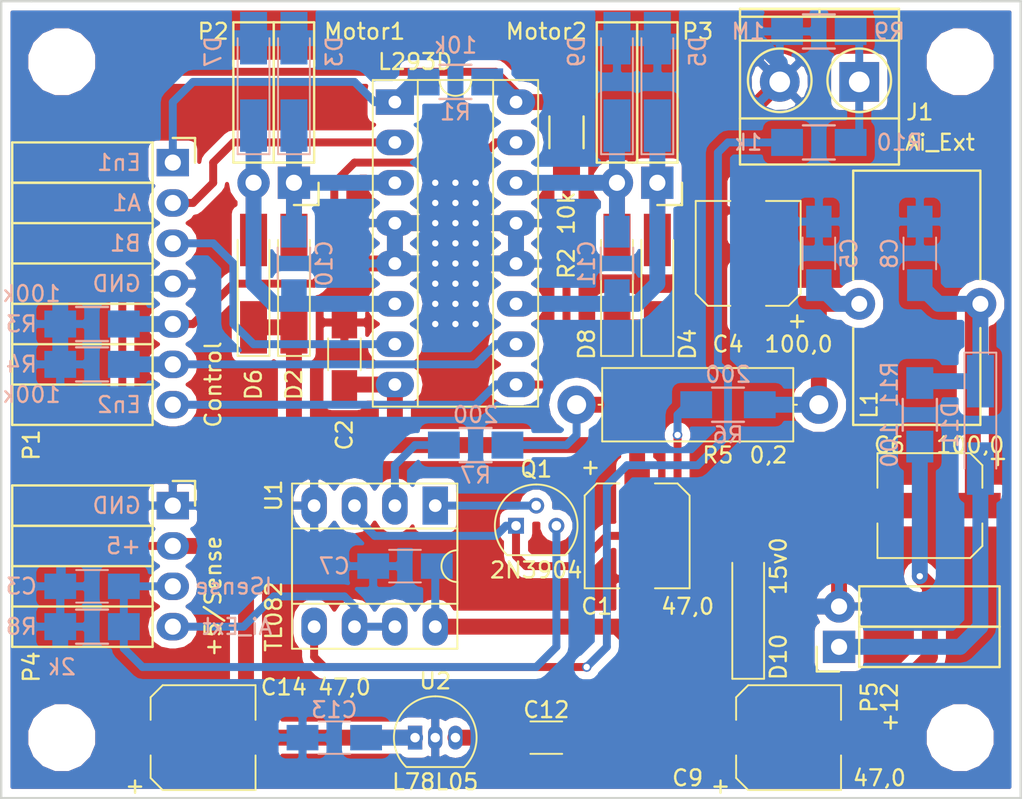
<source format=kicad_pcb>
(kicad_pcb (version 4) (host pcbnew 4.0.7)
  (layers (0 F.Cu signal) (31 B.Cu signal) (34 B.Paste user) (35 F.Paste user) (36 B.SilkS user) (37 F.SilkS user) (38 B.Mask user) (39 F.Mask user) (44 Edge.Cuts user))
  (net 0 "")
  (net 1 GND)
  (net 2 /Ai_I_Sense)
  (net 3 /+12Motor)
  (net 4 "Net-(C6-Pad1)")
  (net 5 +12V)
  (net 6 /En1)
  (net 7 /En2)
  (net 8 /A1)
  (net 9 /A2)
  (net 10 /B1)
  (net 11 /B2)
  (net 12 +5V)
  (net 13 "Net-(D11-Pad2)")
  (net 14 "Net-(J1-Pad1)")
  (net 15 /Ai_Ext)
  (net 16 "Net-(Q1-Pad2)")
  (net 17 "Net-(Q1-Pad1)")
  (net 18 "Net-(R7-Pad1)")
  (net 19 "Net-(R10-Pad1)")
  (net 20 "Net-(C10-Pad1)")
  (net 21 "Net-(C10-Pad2)")
  (net 22 "Net-(C11-Pad1)")
  (net 23 "Net-(C11-Pad2)")
  (net 24 /MPower)
  (module Mounting_Holes:MountingHole_3.2mm_M3 (layer F.Cu) (at 155.575 77.47)
    (fp_text reference hole hide)
    (fp_text value "" hide)
    (pad 1 np_thru_hole circle (at 0 0) (size 3.2 3.2) (drill 3.2) (layers *.Cu *.Mask))
  )
  (module Mounting_Holes:MountingHole_3.2mm_M3 (layer F.Cu) (at 155.575 120.015)
    (fp_text reference hole hide)
    (fp_text value "" hide)
    (pad 1 np_thru_hole circle (at 0 0) (size 3.2 3.2) (drill 3.2) (layers *.Cu *.Mask))
  )
  (module Mounting_Holes:MountingHole_3.2mm_M3 (layer F.Cu) (at 212.09 120.015)
    (fp_text reference hole hide)
    (fp_text value "" hide)
    (pad 1 np_thru_hole circle (at 0 0) (size 3.2 3.2) (drill 3.2) (layers *.Cu *.Mask))
  )
  (module Choke_Toroid_ThroughHole:Choke_Toroid_8x16mm_Vertical (layer F.Cu) (at 213.36 100.33 90)
    (fp_text reference L1 (at 1.27 -6.985 90) (layer F.SilkS))
    (fp_text value 100mH)
    (pad 1 thru_hole circle (at 7.62 0 90) (size 1.99898 1.99898) (drill 1.00076) (layers *.Cu *.Mask) (net 4 "Net-(C6-Pad1)"))
    (pad 2 thru_hole circle (at 7.62 -7.62 90) (size 1.99898 1.99898) (drill 1.00076) (layers *.Cu *.Mask) (net 3 /+12Motor))
  )
  (module Capacitors_SMD:C_1206_HandSoldering (layer F.Cu) (at 173.355 95.885 90)
    (fp_text reference C2 (at -5.08 0 90) (layer F.SilkS))
    (fp_text value 0,1)
    (pad 1 smd rect (at -2 0 90) (size 2 1.6) (layers F.Cu F.Paste F.Mask) (net 24 /MPower))
    (pad 2 smd rect (at 2 0 90) (size 2 1.6) (layers F.Cu F.Paste F.Mask) (net 1 GND))
  )
  (module Capacitors_SMD:C_1206_HandSoldering (layer B.Cu) (at 157.48 110.49 180)
    (fp_text reference C3 (at 4.445 0 180) (layer B.SilkS) (effects (justify mirror)))
    (fp_text value 1,0)
    (pad 1 smd rect (at -2 0 180) (size 2 1.6) (layers B.Cu B.Paste B.Mask) (net 2 /Ai_I_Sense))
    (pad 2 smd rect (at 2 0 180) (size 2 1.6) (layers B.Cu B.Paste B.Mask) (net 1 GND))
  )
  (module Capacitors_SMD:C_1206_HandSoldering (layer B.Cu) (at 203.2 89.535 90)
    (fp_text reference C5 (at 0 1.905 90) (layer B.SilkS) (effects (justify mirror)))
    (fp_text value 0,1)
    (pad 1 smd rect (at -2 0 90) (size 2 1.6) (layers B.Cu B.Paste B.Mask) (net 3 /+12Motor))
    (pad 2 smd rect (at 2 0 90) (size 2 1.6) (layers B.Cu B.Paste B.Mask) (net 1 GND))
  )
  (module Capacitors_SMD:C_1206_HandSoldering (layer B.Cu) (at 177.165 109.22)
    (fp_text reference C7 (at -4.445 0) (layer B.SilkS) (effects (justify mirror)))
    (fp_text value 0,1)
    (pad 1 smd rect (at -2 0) (size 2 1.6) (layers B.Cu B.Paste B.Mask) (net 1 GND))
    (pad 2 smd rect (at 2 0) (size 2 1.6) (layers B.Cu B.Paste B.Mask) (net 5 +12V))
  )
  (module Capacitors_SMD:C_1206_HandSoldering (layer B.Cu) (at 209.55 89.535 90)
    (fp_text reference C8 (at 0 -1.905 90) (layer B.SilkS) (effects (justify mirror)))
    (fp_text value 0,1)
    (pad 1 smd rect (at -2 0 90) (size 2 1.6) (layers B.Cu B.Paste B.Mask) (net 4 "Net-(C6-Pad1)"))
    (pad 2 smd rect (at 2 0 90) (size 2 1.6) (layers B.Cu B.Paste B.Mask) (net 1 GND))
  )
  (module Housings_DIP:DIP-16_W7.62mm_Socket_LongPads (layer F.Cu) (at 176.53 80.01)
    (fp_text reference D1 hide)
    (fp_text value L293D (at 1.27 -2.54 180) (layer F.SilkS))
    (pad 1 thru_hole rect (at 0 0) (size 2.4 1.6) (drill 0.8) (layers *.Cu *.Mask) (net 6 /En1))
    (pad 9 thru_hole oval (at 7.62 17.78) (size 2.4 1.6) (drill 0.8) (layers *.Cu *.Mask) (net 7 /En2))
    (pad 2 thru_hole oval (at 0 2.54) (size 2.4 1.6) (drill 0.8) (layers *.Cu *.Mask) (net 8 /A1))
    (pad 10 thru_hole oval (at 7.62 15.24) (size 2.4 1.6) (drill 0.8) (layers *.Cu *.Mask) (net 9 /A2))
    (pad 3 thru_hole oval (at 0 5.08) (size 2.4 1.6) (drill 0.8) (layers *.Cu *.Mask) (net 20 "Net-(C10-Pad1)"))
    (pad 11 thru_hole oval (at 7.62 12.7) (size 2.4 1.6) (drill 0.8) (layers *.Cu *.Mask) (net 22 "Net-(C11-Pad1)"))
    (pad 4 thru_hole oval (at 0 7.62) (size 2.4 1.6) (drill 0.8) (layers *.Cu *.Mask) (net 1 GND))
    (pad 12 thru_hole oval (at 7.62 10.16) (size 2.4 1.6) (drill 0.8) (layers *.Cu *.Mask) (net 1 GND))
    (pad 5 thru_hole oval (at 0 10.16) (size 2.4 1.6) (drill 0.8) (layers *.Cu *.Mask) (net 1 GND))
    (pad 13 thru_hole oval (at 7.62 7.62) (size 2.4 1.6) (drill 0.8) (layers *.Cu *.Mask) (net 1 GND))
    (pad 6 thru_hole oval (at 0 12.7) (size 2.4 1.6) (drill 0.8) (layers *.Cu *.Mask) (net 21 "Net-(C10-Pad2)"))
    (pad 14 thru_hole oval (at 7.62 5.08) (size 2.4 1.6) (drill 0.8) (layers *.Cu *.Mask) (net 23 "Net-(C11-Pad2)"))
    (pad 7 thru_hole oval (at 0 15.24) (size 2.4 1.6) (drill 0.8) (layers *.Cu *.Mask) (net 10 /B1))
    (pad 15 thru_hole oval (at 7.62 2.54) (size 2.4 1.6) (drill 0.8) (layers *.Cu *.Mask) (net 11 /B2))
    (pad 8 thru_hole oval (at 0 17.78) (size 2.4 1.6) (drill 0.8) (layers *.Cu *.Mask) (net 24 /MPower))
    (pad 16 thru_hole oval (at 7.62 0) (size 2.4 1.6) (drill 0.8) (layers *.Cu *.Mask) (net 12 +5V))
  )
  (module Diodes_SMD:D_MiniMELF_Handsoldering (layer F.Cu) (at 170.18 91.44 90)
    (fp_text reference D2 (at -6.35 0 90) (layer F.SilkS))
    (fp_text value D)
    (pad 1 smd rect (at -2.75 0 90) (size 3.3 1.7) (layers F.Cu F.Paste F.Mask) (net 24 /MPower))
    (pad 2 smd rect (at 2.75 0 90) (size 3.3 1.7) (layers F.Cu F.Paste F.Mask) (net 20 "Net-(C10-Pad1)"))
  )
  (module Diodes_SMD:D_MiniMELF_Handsoldering (layer B.Cu) (at 170.18 78.74 90)
    (fp_text reference D3 (at 1.905 2.54 90) (layer B.SilkS) (effects (justify mirror)))
    (fp_text value D)
    (pad 1 smd rect (at -2.75 0 90) (size 3.3 1.7) (layers B.Cu B.Paste B.Mask) (net 20 "Net-(C10-Pad1)"))
    (pad 2 smd rect (at 2.75 0 90) (size 3.3 1.7) (layers B.Cu B.Paste B.Mask) (net 1 GND))
  )
  (module Diodes_SMD:D_MiniMELF_Handsoldering (layer F.Cu) (at 193.04 91.44 90)
    (fp_text reference D4 (at -3.81 1.905 90) (layer F.SilkS))
    (fp_text value D)
    (pad 1 smd rect (at -2.75 0 90) (size 3.3 1.7) (layers F.Cu F.Paste F.Mask) (net 24 /MPower))
    (pad 2 smd rect (at 2.75 0 90) (size 3.3 1.7) (layers F.Cu F.Paste F.Mask) (net 22 "Net-(C11-Pad1)"))
  )
  (module Diodes_SMD:D_MiniMELF_Handsoldering (layer B.Cu) (at 193.04 78.74 90)
    (fp_text reference D5 (at 1.905 2.54 90) (layer B.SilkS) (effects (justify mirror)))
    (fp_text value D)
    (pad 1 smd rect (at -2.75 0 90) (size 3.3 1.7) (layers B.Cu B.Paste B.Mask) (net 22 "Net-(C11-Pad1)"))
    (pad 2 smd rect (at 2.75 0 90) (size 3.3 1.7) (layers B.Cu B.Paste B.Mask) (net 1 GND))
  )
  (module Diodes_SMD:D_MiniMELF_Handsoldering (layer F.Cu) (at 167.64 91.44 90)
    (fp_text reference D6 (at -6.35 0 90) (layer F.SilkS))
    (fp_text value D)
    (pad 1 smd rect (at -2.75 0 90) (size 3.3 1.7) (layers F.Cu F.Paste F.Mask) (net 24 /MPower))
    (pad 2 smd rect (at 2.75 0 90) (size 3.3 1.7) (layers F.Cu F.Paste F.Mask) (net 21 "Net-(C10-Pad2)"))
  )
  (module Diodes_SMD:D_MiniMELF_Handsoldering (layer B.Cu) (at 167.64 78.74 90)
    (fp_text reference D7 (at 1.905 -2.54 90) (layer B.SilkS) (effects (justify mirror)))
    (fp_text value D)
    (pad 1 smd rect (at -2.75 0 90) (size 3.3 1.7) (layers B.Cu B.Paste B.Mask) (net 21 "Net-(C10-Pad2)"))
    (pad 2 smd rect (at 2.75 0 90) (size 3.3 1.7) (layers B.Cu B.Paste B.Mask) (net 1 GND))
  )
  (module Diodes_SMD:D_MiniMELF_Handsoldering (layer F.Cu) (at 190.5 91.44 90)
    (fp_text reference D8 (at -3.81 -1.905 90) (layer F.SilkS))
    (fp_text value D)
    (pad 1 smd rect (at -2.75 0 90) (size 3.3 1.7) (layers F.Cu F.Paste F.Mask) (net 24 /MPower))
    (pad 2 smd rect (at 2.75 0 90) (size 3.3 1.7) (layers F.Cu F.Paste F.Mask) (net 23 "Net-(C11-Pad2)"))
  )
  (module Diodes_SMD:D_MiniMELF_Handsoldering (layer B.Cu) (at 190.5 78.74 90)
    (fp_text reference D9 (at 1.905 -2.54 90) (layer B.SilkS) (effects (justify mirror)))
    (fp_text value D)
    (pad 1 smd rect (at -2.75 0 90) (size 3.3 1.7) (layers B.Cu B.Paste B.Mask) (net 23 "Net-(C11-Pad2)"))
    (pad 2 smd rect (at 2.75 0 90) (size 3.3 1.7) (layers B.Cu B.Paste B.Mask) (net 1 GND))
  )
  (module Diodes_SMD:D_MiniMELF_Handsoldering (layer F.Cu) (at 198.755 111.76 90)
    (fp_text reference D10 (at -3.175 1.905 90) (layer F.SilkS))
    (fp_text value 15v0 (at 2.54 1.905 90) (layer F.SilkS))
    (pad 1 smd rect (at -2.75 0 90) (size 3.3 1.7) (layers F.Cu F.Paste F.Mask) (net 5 +12V))
    (pad 2 smd rect (at 2.75 0 90) (size 3.3 1.7) (layers F.Cu F.Paste F.Mask) (net 1 GND))
  )
  (module Diodes_SMD:D_MiniMELF_Handsoldering (layer B.Cu) (at 213.36 100.33 270)
    (fp_text reference D11 (at 0 1.905 270) (layer B.SilkS) (effects (justify mirror)))
    (fp_text value D)
    (pad 1 smd rect (at -2.75 0 270) (size 3.3 1.7) (layers B.Cu B.Paste B.Mask) (net 4 "Net-(C6-Pad1)"))
    (pad 2 smd rect (at 2.75 0 270) (size 3.3 1.7) (layers B.Cu B.Paste B.Mask) (net 13 "Net-(D11-Pad2)"))
  )
  (module Connectors_Terminal_Blocks:TerminalBlock_Pheonix_MKDS1.5-2pol (layer F.Cu) (at 205.74 78.74 180)
    (fp_text reference J1 (at -3.81 -1.905 180) (layer F.SilkS))
    (fp_text value Ai_Ext (at -5.08 -3.81 180) (layer F.SilkS))
    (pad 1 thru_hole rect (at 0 0 180) (size 2.5 2.5) (drill 1.3) (layers *.Cu *.Mask) (net 14 "Net-(J1-Pad1)"))
    (pad 2 thru_hole circle (at 5 0 180) (size 2.5 2.5) (drill 1.3) (layers *.Cu *.Mask) (net 1 GND))
  )
  (module Socket_Strips:Socket_Strip_Angled_1x07 (layer F.Cu) (at 162.56 83.82 270)
    (fp_text reference P1 (at 17.78 8.89 270) (layer F.SilkS))
    (fp_text value Control (at 13.97 -2.54 270) (layer F.SilkS))
    (pad 1 thru_hole rect (at 0 0 270) (size 1.7272 2.032) (drill 1.016) (layers *.Cu *.Mask) (net 6 /En1))
    (pad 2 thru_hole oval (at 2.54 0 270) (size 1.7272 2.032) (drill 1.016) (layers *.Cu *.Mask) (net 8 /A1))
    (pad 3 thru_hole oval (at 5.08 0 270) (size 1.7272 2.032) (drill 1.016) (layers *.Cu *.Mask) (net 10 /B1))
    (pad 4 thru_hole oval (at 7.62 0 270) (size 1.7272 2.032) (drill 1.016) (layers *.Cu *.Mask) (net 1 GND))
    (pad 5 thru_hole oval (at 10.16 0 270) (size 1.7272 2.032) (drill 1.016) (layers *.Cu *.Mask) (net 11 /B2))
    (pad 6 thru_hole oval (at 12.7 0 270) (size 1.7272 2.032) (drill 1.016) (layers *.Cu *.Mask) (net 9 /A2))
    (pad 7 thru_hole oval (at 15.24 0 270) (size 1.7272 2.032) (drill 1.016) (layers *.Cu *.Mask) (net 7 /En2))
  )
  (module Socket_Strips:Socket_Strip_Angled_1x02 (layer F.Cu) (at 170.18 85.09 180)
    (fp_text reference P2 (at 5.08 9.525 180) (layer F.SilkS))
    (fp_text value Motor1 (at -4.445 9.525 180) (layer F.SilkS))
    (pad 1 thru_hole rect (at 0 0 180) (size 2.032 2.032) (drill 1.016) (layers *.Cu *.Mask) (net 20 "Net-(C10-Pad1)"))
    (pad 2 thru_hole oval (at 2.54 0 180) (size 2.032 2.032) (drill 1.016) (layers *.Cu *.Mask) (net 21 "Net-(C10-Pad2)"))
  )
  (module Socket_Strips:Socket_Strip_Angled_1x02 (layer F.Cu) (at 193.04 85.09 180)
    (fp_text reference P3 (at -2.54 9.525 180) (layer F.SilkS))
    (fp_text value Motor2 (at 6.985 9.525 180) (layer F.SilkS))
    (pad 1 thru_hole rect (at 0 0 180) (size 2.032 2.032) (drill 1.016) (layers *.Cu *.Mask) (net 22 "Net-(C11-Pad1)"))
    (pad 2 thru_hole oval (at 2.54 0 180) (size 2.032 2.032) (drill 1.016) (layers *.Cu *.Mask) (net 23 "Net-(C11-Pad2)"))
  )
  (module Socket_Strips:Socket_Strip_Angled_1x04 (layer F.Cu) (at 162.56 105.41 270)
    (fp_text reference P4 (at 10.16 8.89 270) (layer F.SilkS))
    (fp_text value +5/Sense (at 5.715 -2.54 270) (layer F.SilkS))
    (pad 1 thru_hole rect (at 0 0 270) (size 1.7272 2.032) (drill 1.016) (layers *.Cu *.Mask) (net 1 GND))
    (pad 2 thru_hole oval (at 2.54 0 270) (size 1.7272 2.032) (drill 1.016) (layers *.Cu *.Mask) (net 12 +5V))
    (pad 3 thru_hole oval (at 5.08 0 270) (size 1.7272 2.032) (drill 1.016) (layers *.Cu *.Mask) (net 2 /Ai_I_Sense))
    (pad 4 thru_hole oval (at 7.62 0 270) (size 1.7272 2.032) (drill 1.016) (layers *.Cu *.Mask) (net 15 /Ai_Ext))
  )
  (module Socket_Strips:Socket_Strip_Angled_1x02 (layer F.Cu) (at 204.47 114.3 90)
    (fp_text reference P5 (at -3.175 1.905 90) (layer F.SilkS))
    (fp_text value +12 (at -3.81 3.175 90) (layer F.SilkS))
    (pad 1 thru_hole rect (at 0 0 90) (size 2.032 2.032) (drill 1.016) (layers *.Cu *.Mask) (net 13 "Net-(D11-Pad2)"))
    (pad 2 thru_hole oval (at 2.54 0 90) (size 2.032 2.032) (drill 1.016) (layers *.Cu *.Mask) (net 1 GND))
  )
  (module TO_SOT_Packages_THT:TO-92_Molded_Narrow (layer F.Cu) (at 184.15 106.68)
    (fp_text reference Q1 (at 1.27 -3.556) (layer F.SilkS))
    (fp_text value 2N3904 (at 1.27 2.794) (layer F.SilkS))
    (pad 2 thru_hole circle (at 1.27 -1.27 90) (size 1 1) (drill 0.6) (layers *.Cu *.Mask) (net 16 "Net-(Q1-Pad2)"))
    (pad 3 thru_hole circle (at 2.54 0 90) (size 1 1) (drill 0.6) (layers *.Cu *.Mask) (net 2 /Ai_I_Sense))
    (pad 1 thru_hole rect (at 0 0 90) (size 1 1) (drill 0.6) (layers *.Cu *.Mask) (net 17 "Net-(Q1-Pad1)"))
  )
  (module Resistors_SMD:R_1206_HandSoldering (layer B.Cu) (at 180.34 78.74)
    (fp_text reference R1 (at 0 1.905) (layer B.SilkS) (effects (justify mirror)))
    (fp_text value 10k (at 0 -2.3) (layer B.SilkS) (effects (justify mirror)))
    (pad 1 smd rect (at -2 0) (size 2 1.7) (layers B.Cu B.Paste B.Mask) (net 6 /En1))
    (pad 2 smd rect (at 2 0) (size 2 1.7) (layers B.Cu B.Paste B.Mask) (net 12 +5V))
  )
  (module Resistors_SMD:R_1206_HandSoldering (layer F.Cu) (at 187.325 81.915 90)
    (fp_text reference R2 (at -8.255 0 90) (layer F.SilkS))
    (fp_text value 10k (at -5.08 0 90) (layer F.SilkS))
    (pad 1 smd rect (at -2 0 90) (size 2 1.7) (layers F.Cu F.Paste F.Mask) (net 7 /En2))
    (pad 2 smd rect (at 2 0 90) (size 2 1.7) (layers F.Cu F.Paste F.Mask) (net 12 +5V))
  )
  (module Resistors_SMD:R_1206_HandSoldering (layer B.Cu) (at 157.48 93.98)
    (fp_text reference R3 (at -4.445 0) (layer B.SilkS) (effects (justify mirror)))
    (fp_text value 100k (at -3.81 -1.905) (layer B.SilkS) (effects (justify mirror)))
    (pad 1 smd rect (at -2 0) (size 2 1.7) (layers B.Cu B.Paste B.Mask) (net 1 GND))
    (pad 2 smd rect (at 2 0) (size 2 1.7) (layers B.Cu B.Paste B.Mask) (net 11 /B2))
  )
  (module Resistors_SMD:R_1206_HandSoldering (layer B.Cu) (at 157.48 96.52)
    (fp_text reference R4 (at -4.445 0) (layer B.SilkS) (effects (justify mirror)))
    (fp_text value 100k (at -3.81 1.905) (layer B.SilkS) (effects (justify mirror)))
    (pad 1 smd rect (at -2 0) (size 2 1.7) (layers B.Cu B.Paste B.Mask) (net 1 GND))
    (pad 2 smd rect (at 2 0) (size 2 1.7) (layers B.Cu B.Paste B.Mask) (net 9 /A2))
  )
  (module Resistors_THT:R_Axial_DIN0414_L11.9mm_D4.5mm_P15.24mm_Horizontal (layer F.Cu) (at 203.2 99.06 180)
    (fp_text reference R5 (at 6.35 -3.175 180) (layer F.SilkS))
    (fp_text value 0,2 (at 3.175 -3.175 180) (layer F.SilkS))
    (pad 1 thru_hole circle (at 0 0 180) (size 2.4 2.4) (drill 1.2) (layers *.Cu *.Mask) (net 3 /+12Motor))
    (pad 2 thru_hole oval (at 15.24 0 180) (size 2.4 2.4) (drill 1.2) (layers *.Cu *.Mask) (net 24 /MPower))
  )
  (module Resistors_SMD:R_1206_HandSoldering (layer B.Cu) (at 197.485 99.06)
    (fp_text reference R6 (at 0 1.905) (layer B.SilkS) (effects (justify mirror)))
    (fp_text value 200 (at 0 -1.905) (layer B.SilkS) (effects (justify mirror)))
    (pad 1 smd rect (at -2 0) (size 2 1.7) (layers B.Cu B.Paste B.Mask) (net 17 "Net-(Q1-Pad1)"))
    (pad 2 smd rect (at 2 0) (size 2 1.7) (layers B.Cu B.Paste B.Mask) (net 3 /+12Motor))
  )
  (module Resistors_SMD:R_1206_HandSoldering (layer B.Cu) (at 181.61 101.6)
    (fp_text reference R7 (at 0 1.905) (layer B.SilkS) (effects (justify mirror)))
    (fp_text value 200 (at 0 -1.905) (layer B.SilkS) (effects (justify mirror)))
    (pad 1 smd rect (at -2 0) (size 2 1.7) (layers B.Cu B.Paste B.Mask) (net 18 "Net-(R7-Pad1)"))
    (pad 2 smd rect (at 2 0) (size 2 1.7) (layers B.Cu B.Paste B.Mask) (net 24 /MPower))
  )
  (module Resistors_SMD:R_1206_HandSoldering (layer B.Cu) (at 157.48 113.03 180)
    (fp_text reference R8 (at 4.445 0 180) (layer B.SilkS) (effects (justify mirror)))
    (fp_text value 2k (at 1.905 -2.54 180) (layer B.SilkS) (effects (justify mirror)))
    (pad 1 smd rect (at -2 0 180) (size 2 1.7) (layers B.Cu B.Paste B.Mask) (net 2 /Ai_I_Sense))
    (pad 2 smd rect (at 2 0 180) (size 2 1.7) (layers B.Cu B.Paste B.Mask) (net 1 GND))
  )
  (module Resistors_SMD:R_1206_HandSoldering (layer B.Cu) (at 203.2 75.565)
    (fp_text reference R9 (at 4.445 0) (layer B.SilkS) (effects (justify mirror)))
    (fp_text value 1M (at -4.445 0) (layer B.SilkS) (effects (justify mirror)))
    (pad 1 smd rect (at -2 0) (size 2 1.7) (layers B.Cu B.Paste B.Mask) (net 1 GND))
    (pad 2 smd rect (at 2 0) (size 2 1.7) (layers B.Cu B.Paste B.Mask) (net 14 "Net-(J1-Pad1)"))
  )
  (module Resistors_SMD:R_1206_HandSoldering (layer B.Cu) (at 203.2 82.55)
    (fp_text reference R10 (at 5.08 0) (layer B.SilkS) (effects (justify mirror)))
    (fp_text value 1k (at -4.445 0) (layer B.SilkS) (effects (justify mirror)))
    (pad 1 smd rect (at -2 0) (size 2 1.7) (layers B.Cu B.Paste B.Mask) (net 19 "Net-(R10-Pad1)"))
    (pad 2 smd rect (at 2 0) (size 2 1.7) (layers B.Cu B.Paste B.Mask) (net 14 "Net-(J1-Pad1)"))
  )
  (module Resistors_SMD:R_1206_HandSoldering (layer B.Cu) (at 209.55 99.695 90)
    (fp_text reference R11 (at 1.905 -1.905 90) (layer B.SilkS) (effects (justify mirror)))
    (fp_text value 100 (at -1.905 -1.905 90) (layer B.SilkS) (effects (justify mirror)))
    (pad 1 smd rect (at -2 0 90) (size 2 1.7) (layers B.Cu B.Paste B.Mask) (net 5 +12V))
    (pad 2 smd rect (at 2 0 90) (size 2 1.7) (layers B.Cu B.Paste B.Mask) (net 4 "Net-(C6-Pad1)"))
  )
  (module Housings_DIP:DIP-8_W7.62mm_Socket_LongPads (layer F.Cu) (at 179.07 105.41 270)
    (fp_text reference U1 (at -0.635 10.16 270) (layer F.SilkS))
    (fp_text value TL082 (at 6.985 10.16 270) (layer F.SilkS))
    (pad 1 thru_hole rect (at 0 0 270) (size 2.4 1.6) (drill 0.8) (layers *.Cu *.Mask) (net 16 "Net-(Q1-Pad2)"))
    (pad 5 thru_hole oval (at 7.62 7.62 270) (size 2.4 1.6) (drill 0.8) (layers *.Cu *.Mask) (net 19 "Net-(R10-Pad1)"))
    (pad 2 thru_hole oval (at 0 2.54 270) (size 2.4 1.6) (drill 0.8) (layers *.Cu *.Mask) (net 18 "Net-(R7-Pad1)"))
    (pad 6 thru_hole oval (at 7.62 5.08 270) (size 2.4 1.6) (drill 0.8) (layers *.Cu *.Mask) (net 15 /Ai_Ext))
    (pad 3 thru_hole oval (at 0 5.08 270) (size 2.4 1.6) (drill 0.8) (layers *.Cu *.Mask) (net 17 "Net-(Q1-Pad1)"))
    (pad 7 thru_hole oval (at 7.62 2.54 270) (size 2.4 1.6) (drill 0.8) (layers *.Cu *.Mask) (net 15 /Ai_Ext))
    (pad 4 thru_hole oval (at 0 7.62 270) (size 2.4 1.6) (drill 0.8) (layers *.Cu *.Mask) (net 1 GND))
    (pad 8 thru_hole oval (at 7.62 0 270) (size 2.4 1.6) (drill 0.8) (layers *.Cu *.Mask) (net 5 +12V))
  )
  (module Capacitors_SMD:C_1206_HandSoldering (layer B.Cu) (at 170.18 90.17 270)
    (fp_text reference C10 (at 0 -1.905 270) (layer B.SilkS) (effects (justify mirror)))
    (fp_text value 0,1)
    (pad 1 smd rect (at -2 0 270) (size 2 1.6) (layers B.Cu B.Paste B.Mask) (net 20 "Net-(C10-Pad1)"))
    (pad 2 smd rect (at 2 0 270) (size 2 1.6) (layers B.Cu B.Paste B.Mask) (net 21 "Net-(C10-Pad2)"))
  )
  (module Capacitors_SMD:C_1206_HandSoldering (layer B.Cu) (at 190.5 90.17 90)
    (fp_text reference C11 (at 0 -1.905 90) (layer B.SilkS) (effects (justify mirror)))
    (fp_text value 0,1)
    (pad 1 smd rect (at -2 0 90) (size 2 1.6) (layers B.Cu B.Paste B.Mask) (net 22 "Net-(C11-Pad1)"))
    (pad 2 smd rect (at 2 0 90) (size 2 1.6) (layers B.Cu B.Paste B.Mask) (net 23 "Net-(C11-Pad2)"))
  )
  (module Mounting_Holes:MountingHole_3.2mm_M3 (layer F.Cu) (at 212.09 77.47)
    (fp_text reference hole hide)
    (fp_text value "" hide)
    (pad 1 np_thru_hole circle (at 0 0) (size 3.2 3.2) (drill 3.2) (layers *.Cu *.Mask))
  )
  (module Capacitors_SMD:CP_Elec_6.3x5.3 (layer F.Cu) (at 191.77 107.315 270)
    (fp_text reference C1 (at 4.445 2.54 360) (layer F.SilkS))
    (fp_text value 47,0 (at 4.445 -3.175 360) (layer F.SilkS))
    (fp_text user + (at -4.28 3.01 270) (layer F.SilkS))
    (pad 1 smd rect (at -2.7 0 90) (size 3.5 1.6) (layers F.Cu F.Paste F.Mask) (net 24 /MPower))
    (pad 2 smd rect (at 2.7 0 90) (size 3.5 1.6) (layers F.Cu F.Paste F.Mask) (net 1 GND))
  )
  (module Capacitors_SMD:CP_Elec_6.3x5.3 (layer F.Cu) (at 198.755 89.535 90)
    (fp_text reference C4 (at -5.715 -1.27 180) (layer F.SilkS))
    (fp_text value 100,0 (at -5.715 3.175 180) (layer F.SilkS))
    (fp_text user + (at -4.28 3.01 90) (layer F.SilkS))
    (pad 1 smd rect (at -2.7 0 270) (size 3.5 1.6) (layers F.Cu F.Paste F.Mask) (net 3 /+12Motor))
    (pad 2 smd rect (at 2.7 0 270) (size 3.5 1.6) (layers F.Cu F.Paste F.Mask) (net 1 GND))
  )
  (module Capacitors_SMD:CP_Elec_6.3x5.3 (layer F.Cu) (at 210.185 105.41 180)
    (fp_text reference C6 (at 2.54 3.81 180) (layer F.SilkS))
    (fp_text value 100,0 (at -2.54 3.81 180) (layer F.SilkS))
    (fp_text user + (at -4.28 3.01 180) (layer F.SilkS))
    (pad 1 smd rect (at -2.7 0) (size 3.5 1.6) (layers F.Cu F.Paste F.Mask) (net 4 "Net-(C6-Pad1)"))
    (pad 2 smd rect (at 2.7 0) (size 3.5 1.6) (layers F.Cu F.Paste F.Mask) (net 1 GND))
  )
  (module Capacitors_SMD:CP_Elec_6.3x5.3 (layer F.Cu) (at 201.295 120.015)
    (fp_text reference C9 (at -6.35 2.54) (layer F.SilkS))
    (fp_text value 47,0 (at 5.715 2.54) (layer F.SilkS))
    (fp_text user + (at -4.28 3.01) (layer F.SilkS))
    (pad 1 smd rect (at -2.7 0 180) (size 3.5 1.6) (layers F.Cu F.Paste F.Mask) (net 5 +12V))
    (pad 2 smd rect (at 2.7 0 180) (size 3.5 1.6) (layers F.Cu F.Paste F.Mask) (net 1 GND))
  )
  (module Capacitors_SMD:C_1206_HandSoldering (layer F.Cu) (at 186.055 120.015)
    (fp_text reference C12 (at 0 -1.75) (layer F.SilkS))
    (fp_text value 0,1)
    (pad 1 smd rect (at -2 0) (size 2 1.6) (layers F.Cu F.Paste F.Mask) (net 5 +12V))
    (pad 2 smd rect (at 2 0) (size 2 1.6) (layers F.Cu F.Paste F.Mask) (net 1 GND))
  )
  (module Capacitors_SMD:C_1206_HandSoldering (layer B.Cu) (at 172.72 120.015 180)
    (fp_text reference C13 (at 0 1.75 180) (layer B.SilkS) (effects (justify mirror)))
    (fp_text value 0,1)
    (pad 1 smd rect (at -2 0 180) (size 2 1.6) (layers B.Cu B.Paste B.Mask) (net 12 +5V))
    (pad 2 smd rect (at 2 0 180) (size 2 1.6) (layers B.Cu B.Paste B.Mask) (net 1 GND))
  )
  (module Capacitors_SMD:CP_Elec_6.3x5.3 (layer F.Cu) (at 164.465 120.015)
    (fp_text reference C14 (at 5.08 -3.175) (layer F.SilkS))
    (fp_text value 47,0 (at 8.89 -3.175) (layer F.SilkS))
    (fp_text user + (at -4.28 3.01) (layer F.SilkS))
    (pad 1 smd rect (at -2.7 0 180) (size 3.5 1.6) (layers F.Cu F.Paste F.Mask) (net 1 GND))
    (pad 2 smd rect (at 2.7 0 180) (size 3.5 1.6) (layers F.Cu F.Paste F.Mask) (net 12 +5V))
  )
  (module TO_SOT_Packages_THT:TO-92_Inline_Narrow_Oval (layer F.Cu) (at 177.8 120.015)
    (fp_text reference U2 (at 1.27 -3.56) (layer F.SilkS))
    (fp_text value L78L05 (at 1.27 2.79) (layer F.SilkS))
    (pad 2 thru_hole oval (at 1.27 0 180) (size 0.9 1.5) (drill 0.6) (layers *.Cu *.Mask) (net 1 GND))
    (pad 3 thru_hole oval (at 2.54 0 180) (size 0.9 1.5) (drill 0.6) (layers *.Cu *.Mask) (net 5 +12V))
    (pad 1 thru_hole rect (at 0 0 180) (size 0.9 1.5) (drill 0.6) (layers *.Cu *.Mask) (net 12 +5V))
  )
  (gr_text Ai_Ext (at 168.91 113.03) (layer B.SilkS) (effects (font (size 1 1)) (justify left mirror)))
  (gr_text ISense (at 168.91 110.49) (layer B.SilkS) (effects (font (size 1 1)) (justify left mirror)))
  (gr_text +5 (at 160.655 107.95) (layer B.SilkS) (effects (font (size 1 1)) (justify left mirror)))
  (gr_text GND (at 160.655 105.41) (layer B.SilkS) (effects (font (size 1 1)) (justify left mirror)))
  (gr_text GND (at 160.655 91.44) (layer B.SilkS) (effects (font (size 1 1)) (justify left mirror)))
  (gr_text En2 (at 160.655 99.06) (layer B.SilkS) (effects (font (size 1 1)) (justify left mirror)))
  (gr_text B1 (at 160.655 88.9) (layer B.SilkS) (effects (font (size 1 1)) (justify left mirror)))
  (gr_text A1 (at 160.655 86.36) (layer B.SilkS) (effects (font (size 1 1)) (justify left mirror)))
  (gr_text En1 (at 160.655 83.82) (layer B.SilkS) (effects (font (size 1 1)) (justify left mirror)))
  (gr_line (start 151.765 73.66) (end 151.765 123.825) (angle 90) (layer Edge.Cuts) (width 0.15))
  (gr_line (start 215.9 123.825) (end 151.765 123.825) (angle 90) (layer Edge.Cuts) (width 0.15))
  (gr_line (start 215.9 73.66) (end 215.9 123.825) (angle 90) (layer Edge.Cuts) (width 0.15))
  (gr_line (start 213.36 73.66) (end 215.9 73.66) (angle 90) (layer Edge.Cuts) (width 0.15))
  (gr_line (start 151.765 73.66) (end 153.67 73.66) (angle 90) (layer Edge.Cuts) (width 0.15))
  (gr_line (start 213.36 73.66) (end 153.67 73.66) (angle 90) (layer Edge.Cuts) (width 0.15))
  (segment (start 200.74 78.74) (end 200.74 76.025) (width 0.5) (layer B.Cu) (net 1))
  (segment (start 200.74 76.025) (end 201.2 75.565) (width 0.5) (layer B.Cu) (net 1))
  (segment (start 179.07 90.17) (end 179.07 88.9) (width 1) (layer B.Cu) (net 1))
  (via (at 179.07 88.9) (size 0.6) (drill 0.4) (layers F.Cu B.Cu) (net 1))
  (segment (start 179.07 88.9) (end 180.34 88.9) (width 1) (layer F.Cu) (net 1))
  (via (at 180.34 88.9) (size 0.6) (drill 0.4) (layers F.Cu B.Cu) (net 1))
  (segment (start 180.34 88.9) (end 181.61 88.9) (width 1) (layer B.Cu) (net 1))
  (via (at 181.61 88.9) (size 0.6) (drill 0.4) (layers F.Cu B.Cu) (net 1))
  (segment (start 181.61 88.9) (end 181.61 87.63) (width 1) (layer F.Cu) (net 1))
  (via (at 181.61 87.63) (size 0.6) (drill 0.4) (layers F.Cu B.Cu) (net 1))
  (segment (start 181.61 87.63) (end 180.34 87.63) (width 1) (layer B.Cu) (net 1))
  (via (at 180.34 87.63) (size 0.6) (drill 0.4) (layers F.Cu B.Cu) (net 1))
  (segment (start 180.34 87.63) (end 179.07 87.63) (width 1) (layer F.Cu) (net 1))
  (via (at 179.07 87.63) (size 0.6) (drill 0.4) (layers F.Cu B.Cu) (net 1))
  (segment (start 179.07 87.63) (end 179.07 86.36) (width 1) (layer B.Cu) (net 1))
  (via (at 179.07 86.36) (size 0.6) (drill 0.4) (layers F.Cu B.Cu) (net 1))
  (segment (start 179.07 86.36) (end 180.34 86.36) (width 1) (layer F.Cu) (net 1))
  (via (at 180.34 86.36) (size 0.6) (drill 0.4) (layers F.Cu B.Cu) (net 1))
  (segment (start 180.34 86.36) (end 181.61 86.36) (width 1) (layer B.Cu) (net 1))
  (via (at 181.61 86.36) (size 0.6) (drill 0.4) (layers F.Cu B.Cu) (net 1))
  (segment (start 181.61 86.36) (end 181.61 85.09) (width 1) (layer F.Cu) (net 1))
  (via (at 181.61 85.09) (size 0.6) (drill 0.4) (layers F.Cu B.Cu) (net 1))
  (segment (start 181.61 85.09) (end 180.34 85.09) (width 1) (layer B.Cu) (net 1))
  (via (at 180.34 85.09) (size 0.6) (drill 0.4) (layers F.Cu B.Cu) (net 1))
  (segment (start 180.34 85.09) (end 179.07 85.09) (width 1) (layer F.Cu) (net 1))
  (via (at 179.07 85.09) (size 0.6) (drill 0.4) (layers F.Cu B.Cu) (net 1))
  (segment (start 176.53 90.17) (end 179.07 90.17) (width 1) (layer B.Cu) (net 1))
  (via (at 179.07 90.17) (size 0.6) (drill 0.4) (layers F.Cu B.Cu) (net 1))
  (segment (start 179.07 90.17) (end 179.07 91.44) (width 1) (layer F.Cu) (net 1))
  (via (at 179.07 91.44) (size 0.6) (drill 0.4) (layers F.Cu B.Cu) (net 1))
  (segment (start 179.07 91.44) (end 180.34 91.44) (width 1) (layer B.Cu) (net 1))
  (via (at 180.34 91.44) (size 0.6) (drill 0.4) (layers F.Cu B.Cu) (net 1))
  (segment (start 180.34 91.44) (end 180.34 90.17) (width 1) (layer F.Cu) (net 1))
  (via (at 180.34 90.17) (size 0.6) (drill 0.4) (layers F.Cu B.Cu) (net 1))
  (segment (start 180.34 90.17) (end 181.61 90.17) (width 1) (layer B.Cu) (net 1))
  (via (at 181.61 90.17) (size 0.6) (drill 0.4) (layers F.Cu B.Cu) (net 1))
  (segment (start 181.61 90.17) (end 181.61 91.44) (width 1) (layer F.Cu) (net 1))
  (via (at 181.61 91.44) (size 0.6) (drill 0.4) (layers F.Cu B.Cu) (net 1))
  (segment (start 181.61 91.44) (end 181.61 92.71) (width 1) (layer B.Cu) (net 1))
  (via (at 181.61 92.71) (size 0.6) (drill 0.4) (layers F.Cu B.Cu) (net 1))
  (segment (start 181.61 92.71) (end 180.34 92.71) (width 1) (layer F.Cu) (net 1))
  (via (at 180.34 92.71) (size 0.6) (drill 0.4) (layers F.Cu B.Cu) (net 1))
  (segment (start 180.34 92.71) (end 179.07 92.71) (width 1) (layer B.Cu) (net 1))
  (via (at 179.07 92.71) (size 0.6) (drill 0.4) (layers F.Cu B.Cu) (net 1))
  (segment (start 179.07 92.71) (end 179.07 93.98) (width 1) (layer F.Cu) (net 1))
  (via (at 179.07 93.98) (size 0.6) (drill 0.4) (layers F.Cu B.Cu) (net 1))
  (segment (start 179.07 93.98) (end 180.34 93.98) (width 1) (layer B.Cu) (net 1))
  (via (at 180.34 93.98) (size 0.6) (drill 0.4) (layers F.Cu B.Cu) (net 1))
  (segment (start 180.34 93.98) (end 181.61 93.98) (width 1) (layer F.Cu) (net 1))
  (via (at 181.61 93.98) (size 0.6) (drill 0.4) (layers F.Cu B.Cu) (net 1))
  (segment (start 155.48 113.03) (end 155.48 114.84) (width 1) (layer B.Cu) (net 1))
  (segment (start 155.48 114.84) (end 157.48 116.84) (width 1) (layer B.Cu) (net 1))
  (segment (start 157.48 116.84) (end 200.66 116.84) (width 1) (layer B.Cu) (net 1))
  (segment (start 200.66 116.84) (end 201.295 116.205) (width 1) (layer B.Cu) (net 1))
  (segment (start 201.295 116.205) (end 201.295 112.395) (width 1) (layer B.Cu) (net 1))
  (segment (start 201.295 112.395) (end 201.93 111.76) (width 1) (layer B.Cu) (net 1))
  (segment (start 201.93 111.76) (end 204.47 111.76) (width 1) (layer B.Cu) (net 1))
  (segment (start 198.755 86.835) (end 198.755 80.725) (width 1) (layer F.Cu) (net 1))
  (segment (start 198.755 80.725) (end 200.74 78.74) (width 1) (layer F.Cu) (net 1))
  (segment (start 155.48 96.52) (end 155.48 105.95) (width 0.5) (layer B.Cu) (net 1))
  (segment (start 155.48 105.95) (end 155.575 106.045) (width 0.5) (layer B.Cu) (net 1))
  (segment (start 155.48 113.03) (end 155.48 110.49) (width 0.5) (layer B.Cu) (net 1))
  (segment (start 155.48 110.49) (end 155.575 110.395) (width 0.5) (layer B.Cu) (net 1))
  (segment (start 155.575 110.395) (end 155.575 106.045) (width 0.5) (layer B.Cu) (net 1))
  (segment (start 155.575 106.045) (end 156.21 105.41) (width 0.5) (layer B.Cu) (net 1))
  (segment (start 156.21 105.41) (end 162.56 105.41) (width 0.5) (layer B.Cu) (net 1))
  (segment (start 162.56 105.41) (end 171.45 105.41) (width 0.5) (layer B.Cu) (net 1))
  (segment (start 171.45 105.41) (end 171.45 107.95) (width 0.5) (layer B.Cu) (net 1))
  (segment (start 171.45 107.95) (end 172.72 109.22) (width 0.5) (layer B.Cu) (net 1))
  (segment (start 172.72 109.22) (end 175.165 109.22) (width 0.5) (layer B.Cu) (net 1))
  (segment (start 204.47 111.76) (end 193.515 111.76) (width 1) (layer F.Cu) (net 1))
  (segment (start 193.515 111.76) (end 191.77 110.015) (width 1) (layer F.Cu) (net 1))
  (segment (start 204.47 111.76) (end 204.47 106.52) (width 1) (layer F.Cu) (net 1))
  (segment (start 204.47 106.52) (end 203.36 105.41) (width 1) (layer F.Cu) (net 1))
  (segment (start 203.36 105.41) (end 208.12 105.41) (width 1) (layer F.Cu) (net 1))
  (segment (start 176.53 90.17) (end 174.625 90.17) (width 1) (layer F.Cu) (net 1))
  (segment (start 174.625 90.17) (end 173.355 91.44) (width 1) (layer F.Cu) (net 1))
  (segment (start 173.355 91.44) (end 173.355 93.885) (width 1) (layer F.Cu) (net 1))
  (segment (start 176.53 90.17) (end 184.15 90.17) (width 1) (layer F.Cu) (net 1))
  (segment (start 184.15 90.17) (end 184.15 87.63) (width 1) (layer F.Cu) (net 1))
  (segment (start 184.15 87.63) (end 176.53 87.63) (width 1) (layer F.Cu) (net 1))
  (segment (start 176.53 87.63) (end 176.53 90.17) (width 1) (layer F.Cu) (net 1))
  (segment (start 158.75 91.44) (end 158.75 80.01) (width 1) (layer B.Cu) (net 1))
  (segment (start 162.77 75.99) (end 167.64 75.99) (width 1) (layer B.Cu) (net 1))
  (segment (start 158.75 80.01) (end 162.77 75.99) (width 1) (layer B.Cu) (net 1))
  (segment (start 162.56 91.44) (end 158.75 91.44) (width 1) (layer B.Cu) (net 1))
  (segment (start 158.75 91.44) (end 156.21 91.44) (width 1) (layer B.Cu) (net 1))
  (segment (start 155.48 92.17) (end 155.48 93.98) (width 1) (layer B.Cu) (net 1))
  (segment (start 156.21 91.44) (end 155.48 92.17) (width 1) (layer B.Cu) (net 1))
  (segment (start 155.48 96.52) (end 155.48 93.98) (width 1) (layer B.Cu) (net 1))
  (segment (start 180.34 87.63) (end 180.34 75.99) (width 1) (layer B.Cu) (net 1))
  (segment (start 180.34 75.99) (end 180.34 76.2) (width 1) (layer B.Cu) (net 1))
  (segment (start 180.34 76.2) (end 180.34 75.99) (width 1) (layer B.Cu) (net 1))
  (segment (start 167.64 75.99) (end 170.18 75.99) (width 1) (layer B.Cu) (net 1))
  (segment (start 170.18 75.99) (end 180.34 75.99) (width 1) (layer B.Cu) (net 1))
  (segment (start 180.34 75.99) (end 190.5 75.99) (width 1) (layer B.Cu) (net 1))
  (segment (start 190.5 75.99) (end 193.04 75.99) (width 1) (layer B.Cu) (net 1))
  (segment (start 193.04 75.99) (end 193.25 76.2) (width 1) (layer B.Cu) (net 1))
  (segment (start 193.25 76.2) (end 199.39 76.2) (width 1) (layer B.Cu) (net 1))
  (segment (start 199.39 76.2) (end 200.74 77.55) (width 1) (layer B.Cu) (net 1))
  (segment (start 200.74 77.55) (end 200.74 78.74) (width 1) (layer B.Cu) (net 1))
  (segment (start 176.53 90.17) (end 184.15 90.17) (width 1) (layer B.Cu) (net 1))
  (segment (start 184.15 90.17) (end 184.15 87.63) (width 1) (layer B.Cu) (net 1))
  (segment (start 184.15 87.63) (end 180.34 87.63) (width 1) (layer B.Cu) (net 1))
  (segment (start 180.34 87.63) (end 176.53 87.63) (width 1) (layer B.Cu) (net 1))
  (segment (start 176.53 87.63) (end 176.53 90.17) (width 1) (layer B.Cu) (net 1))
  (segment (start 159.48 113.03) (end 159.48 114.395) (width 0.5) (layer B.Cu) (net 2))
  (segment (start 159.48 114.395) (end 160.655 115.57) (width 0.5) (layer B.Cu) (net 2))
  (segment (start 160.655 115.57) (end 185.42 115.57) (width 0.5) (layer B.Cu) (net 2))
  (segment (start 185.42 115.57) (end 186.69 114.3) (width 0.5) (layer B.Cu) (net 2))
  (segment (start 186.69 114.3) (end 186.69 106.68) (width 0.5) (layer B.Cu) (net 2))
  (segment (start 162.56 110.49) (end 159.48 110.49) (width 0.5) (layer B.Cu) (net 2))
  (segment (start 159.48 113.03) (end 159.48 110.49) (width 0.5) (layer B.Cu) (net 2))
  (segment (start 205.74 92.71) (end 204.375 92.71) (width 1) (layer B.Cu) (net 3))
  (segment (start 204.375 92.71) (end 203.2 91.535) (width 1) (layer B.Cu) (net 3))
  (segment (start 203.2 99.06) (end 199.485 99.06) (width 1) (layer B.Cu) (net 3))
  (segment (start 203.2 99.06) (end 203.2 92.71) (width 1) (layer F.Cu) (net 3))
  (segment (start 203.2 92.71) (end 202.565 92.71) (width 1) (layer F.Cu) (net 3))
  (segment (start 205.74 92.71) (end 202.565 92.71) (width 1) (layer F.Cu) (net 3))
  (segment (start 202.565 92.71) (end 199.23 92.71) (width 1) (layer F.Cu) (net 3))
  (segment (start 199.23 92.71) (end 198.755 92.235) (width 1) (layer F.Cu) (net 3))
  (segment (start 213.36 92.71) (end 210.725 92.71) (width 1) (layer B.Cu) (net 4))
  (segment (start 210.725 92.71) (end 209.55 91.535) (width 1) (layer B.Cu) (net 4))
  (segment (start 213.36 97.58) (end 209.665 97.58) (width 1) (layer B.Cu) (net 4))
  (segment (start 209.665 97.58) (end 209.55 97.695) (width 1) (layer B.Cu) (net 4))
  (segment (start 212.885 105.41) (end 212.885 93.185) (width 1) (layer F.Cu) (net 4))
  (segment (start 212.885 93.185) (end 213.36 92.71) (width 1) (layer F.Cu) (net 4))
  (segment (start 213.36 92.71) (end 213.36 97.58) (width 1) (layer B.Cu) (net 4))
  (segment (start 198.755 114.51) (end 198.755 117.315) (width 1) (layer F.Cu) (net 5))
  (segment (start 198.755 117.315) (end 198.595 117.475) (width 1) (layer F.Cu) (net 5))
  (segment (start 190.5 113.03) (end 191.135 113.665) (width 1) (layer F.Cu) (net 5))
  (segment (start 191.135 113.665) (end 191.135 117.475) (width 1) (layer F.Cu) (net 5))
  (segment (start 209.55 101.695) (end 209.55 109.855) (width 1) (layer B.Cu) (net 5))
  (segment (start 209.55 109.855) (end 210.185 110.49) (width 1) (layer F.Cu) (net 5))
  (via (at 209.55 109.855) (size 0.6) (drill 0.4) (layers F.Cu B.Cu) (net 5))
  (segment (start 201.295 117.475) (end 207.645 117.475) (width 1) (layer F.Cu) (net 5))
  (segment (start 210.185 114.935) (end 210.185 110.49) (width 1) (layer F.Cu) (net 5))
  (segment (start 207.645 117.475) (end 210.185 114.935) (width 1) (layer F.Cu) (net 5))
  (segment (start 198.595 120.015) (end 198.595 117.475) (width 1) (layer F.Cu) (net 5))
  (segment (start 198.595 117.475) (end 198.12 117.475) (width 1) (layer F.Cu) (net 5))
  (segment (start 180.34 120.015) (end 184.055 120.015) (width 1) (layer F.Cu) (net 5))
  (segment (start 184.055 120.015) (end 184.055 118.84) (width 1) (layer F.Cu) (net 5))
  (segment (start 185.42 117.475) (end 191.135 117.475) (width 1) (layer F.Cu) (net 5))
  (segment (start 184.055 118.84) (end 185.42 117.475) (width 1) (layer F.Cu) (net 5))
  (segment (start 191.135 117.475) (end 198.12 117.475) (width 1) (layer F.Cu) (net 5))
  (segment (start 198.12 117.475) (end 201.295 117.475) (width 1) (layer F.Cu) (net 5))
  (segment (start 179.07 113.03) (end 190.5 113.03) (width 1) (layer F.Cu) (net 5))
  (segment (start 179.07 113.03) (end 179.07 109.315) (width 0.5) (layer B.Cu) (net 5))
  (segment (start 179.07 109.315) (end 179.165 109.22) (width 0.5) (layer B.Cu) (net 5))
  (segment (start 178.34 78.74) (end 177.8 78.74) (width 1) (layer B.Cu) (net 6))
  (segment (start 177.8 78.74) (end 176.53 80.01) (width 1) (layer B.Cu) (net 6))
  (segment (start 162.56 83.82) (end 162.56 80.01) (width 0.5) (layer B.Cu) (net 6))
  (segment (start 175.26 80.01) (end 176.53 80.01) (width 0.5) (layer B.Cu) (net 6))
  (segment (start 173.99 78.74) (end 175.26 80.01) (width 0.5) (layer B.Cu) (net 6))
  (segment (start 163.83 78.74) (end 173.99 78.74) (width 0.5) (layer B.Cu) (net 6))
  (segment (start 162.56 80.01) (end 163.83 78.74) (width 0.5) (layer B.Cu) (net 6))
  (segment (start 184.15 97.79) (end 186.055 97.79) (width 0.5) (layer F.Cu) (net 7))
  (segment (start 187.325 96.52) (end 187.325 83.915) (width 0.5) (layer F.Cu) (net 7))
  (segment (start 186.055 97.79) (end 187.325 96.52) (width 0.5) (layer F.Cu) (net 7))
  (segment (start 162.56 99.06) (end 181.61 99.06) (width 0.5) (layer B.Cu) (net 7))
  (segment (start 182.88 97.79) (end 184.15 97.79) (width 0.5) (layer B.Cu) (net 7))
  (segment (start 181.61 99.06) (end 182.88 97.79) (width 0.5) (layer B.Cu) (net 7))
  (segment (start 162.56 86.36) (end 163.83 86.36) (width 0.5) (layer F.Cu) (net 8))
  (segment (start 166.37 82.55) (end 176.53 82.55) (width 0.5) (layer F.Cu) (net 8))
  (segment (start 165.1 83.82) (end 166.37 82.55) (width 0.5) (layer F.Cu) (net 8))
  (segment (start 165.1 85.09) (end 165.1 83.82) (width 0.5) (layer F.Cu) (net 8))
  (segment (start 163.83 86.36) (end 165.1 85.09) (width 0.5) (layer F.Cu) (net 8))
  (segment (start 162.56 96.52) (end 181.61 96.52) (width 0.5) (layer B.Cu) (net 9))
  (segment (start 182.88 95.25) (end 184.15 95.25) (width 0.5) (layer B.Cu) (net 9))
  (segment (start 181.61 96.52) (end 182.88 95.25) (width 0.5) (layer B.Cu) (net 9))
  (segment (start 162.56 96.52) (end 159.48 96.52) (width 1) (layer B.Cu) (net 9))
  (segment (start 176.53 95.25) (end 167.64 95.25) (width 0.5) (layer B.Cu) (net 10))
  (segment (start 165.1 88.9) (end 162.56 88.9) (width 0.5) (layer B.Cu) (net 10))
  (segment (start 166.37 90.17) (end 165.1 88.9) (width 0.5) (layer B.Cu) (net 10))
  (segment (start 166.37 93.98) (end 166.37 90.17) (width 0.5) (layer B.Cu) (net 10))
  (segment (start 167.64 95.25) (end 166.37 93.98) (width 0.5) (layer B.Cu) (net 10))
  (segment (start 184.15 82.55) (end 182.88 82.55) (width 0.5) (layer F.Cu) (net 11))
  (segment (start 163.83 93.98) (end 162.56 93.98) (width 0.5) (layer F.Cu) (net 11))
  (segment (start 166.37 91.44) (end 163.83 93.98) (width 0.5) (layer F.Cu) (net 11))
  (segment (start 171.45 91.44) (end 166.37 91.44) (width 0.5) (layer F.Cu) (net 11))
  (segment (start 172.72 90.17) (end 171.45 91.44) (width 0.5) (layer F.Cu) (net 11))
  (segment (start 172.72 85.09) (end 172.72 90.17) (width 0.5) (layer F.Cu) (net 11))
  (segment (start 173.99 83.82) (end 172.72 85.09) (width 0.5) (layer F.Cu) (net 11))
  (segment (start 181.61 83.82) (end 173.99 83.82) (width 0.5) (layer F.Cu) (net 11))
  (segment (start 182.88 82.55) (end 181.61 83.82) (width 0.5) (layer F.Cu) (net 11))
  (segment (start 162.56 93.98) (end 159.48 93.98) (width 1) (layer B.Cu) (net 11))
  (segment (start 174.72 120.015) (end 177.8 120.015) (width 1) (layer B.Cu) (net 12))
  (segment (start 167.165 120.015) (end 177.8 120.015) (width 1) (layer F.Cu) (net 12))
  (segment (start 162.56 107.95) (end 165.735 107.95) (width 1) (layer F.Cu) (net 12))
  (segment (start 165.735 107.95) (end 167.165 109.38) (width 1) (layer F.Cu) (net 12))
  (segment (start 167.165 109.38) (end 167.165 120.015) (width 1) (layer F.Cu) (net 12))
  (segment (start 162.56 107.95) (end 160.02 107.95) (width 0.5) (layer F.Cu) (net 12))
  (segment (start 160.02 107.95) (end 159.385 107.315) (width 0.5) (layer F.Cu) (net 12))
  (segment (start 159.385 107.315) (end 159.385 79.375) (width 0.5) (layer F.Cu) (net 12))
  (segment (start 159.385 79.375) (end 160.655 78.105) (width 0.5) (layer F.Cu) (net 12))
  (segment (start 160.655 78.105) (end 182.88 78.105) (width 0.5) (layer F.Cu) (net 12))
  (segment (start 182.88 78.105) (end 184.15 79.375) (width 0.5) (layer F.Cu) (net 12))
  (segment (start 184.15 79.375) (end 184.15 80.01) (width 0.5) (layer F.Cu) (net 12))
  (segment (start 184.15 80.01) (end 187.23 80.01) (width 1) (layer F.Cu) (net 12))
  (segment (start 187.23 80.01) (end 187.325 79.915) (width 1) (layer F.Cu) (net 12))
  (segment (start 182.34 78.74) (end 182.88 78.74) (width 1) (layer B.Cu) (net 12))
  (segment (start 182.88 78.74) (end 184.15 80.01) (width 1) (layer B.Cu) (net 12))
  (segment (start 204.47 114.3) (end 212.09 114.3) (width 1) (layer B.Cu) (net 13))
  (segment (start 212.09 114.3) (end 213.36 113.03) (width 1) (layer B.Cu) (net 13))
  (segment (start 213.36 113.03) (end 213.36 103.08) (width 1) (layer B.Cu) (net 13))
  (segment (start 205.74 78.74) (end 205.74 82.01) (width 0.5) (layer B.Cu) (net 14))
  (segment (start 205.74 82.01) (end 205.2 82.55) (width 0.5) (layer B.Cu) (net 14))
  (segment (start 205.74 78.74) (end 205.74 76.105) (width 0.5) (layer B.Cu) (net 14))
  (segment (start 205.74 76.105) (end 205.2 75.565) (width 0.5) (layer B.Cu) (net 14))
  (segment (start 162.56 113.03) (end 167.005 113.03) (width 0.5) (layer B.Cu) (net 15))
  (segment (start 167.005 113.03) (end 168.91 111.125) (width 0.5) (layer B.Cu) (net 15))
  (segment (start 168.91 111.125) (end 173.355 111.125) (width 0.5) (layer B.Cu) (net 15))
  (segment (start 173.355 111.125) (end 173.99 111.76) (width 0.5) (layer B.Cu) (net 15))
  (segment (start 173.99 111.76) (end 173.99 113.03) (width 0.5) (layer B.Cu) (net 15))
  (segment (start 176.53 113.03) (end 173.99 113.03) (width 0.5) (layer B.Cu) (net 15))
  (segment (start 185.42 105.41) (end 179.07 105.41) (width 0.5) (layer B.Cu) (net 16))
  (segment (start 184.15 106.68) (end 184.15 108.585) (width 0.5) (layer F.Cu) (net 17))
  (segment (start 184.15 108.585) (end 184.785 109.22) (width 0.5) (layer F.Cu) (net 17))
  (segment (start 184.785 109.22) (end 187.96 109.22) (width 0.5) (layer F.Cu) (net 17))
  (segment (start 187.96 109.22) (end 189.865 107.315) (width 0.5) (layer F.Cu) (net 17))
  (segment (start 189.865 107.315) (end 193.04 107.315) (width 0.5) (layer F.Cu) (net 17))
  (segment (start 193.04 107.315) (end 194.31 106.045) (width 0.5) (layer F.Cu) (net 17))
  (segment (start 194.31 106.045) (end 194.31 100.965) (width 0.5) (layer F.Cu) (net 17))
  (via (at 194.31 100.965) (size 0.6) (drill 0.4) (layers F.Cu B.Cu) (net 17))
  (segment (start 194.31 100.965) (end 194.31 99.695) (width 0.5) (layer B.Cu) (net 17))
  (segment (start 194.31 99.695) (end 194.945 99.06) (width 0.5) (layer B.Cu) (net 17))
  (segment (start 194.945 99.06) (end 195.485 99.06) (width 0.5) (layer B.Cu) (net 17))
  (segment (start 173.99 105.41) (end 173.99 106.045) (width 0.5) (layer B.Cu) (net 17))
  (segment (start 173.99 106.045) (end 175.26 107.315) (width 0.5) (layer B.Cu) (net 17))
  (segment (start 175.26 107.315) (end 182.88 107.315) (width 0.5) (layer B.Cu) (net 17))
  (segment (start 182.88 107.315) (end 183.515 106.68) (width 0.5) (layer B.Cu) (net 17))
  (segment (start 183.515 106.68) (end 184.15 106.68) (width 0.5) (layer B.Cu) (net 17))
  (segment (start 176.53 105.41) (end 176.53 102.87) (width 0.5) (layer B.Cu) (net 18))
  (segment (start 176.53 102.87) (end 177.8 101.6) (width 0.5) (layer B.Cu) (net 18))
  (segment (start 177.8 101.6) (end 179.61 101.6) (width 0.5) (layer B.Cu) (net 18))
  (segment (start 201.2 82.55) (end 197.485 82.55) (width 0.5) (layer B.Cu) (net 19))
  (segment (start 196.85 83.185) (end 196.85 85.725) (width 0.5) (layer B.Cu) (net 19))
  (segment (start 197.485 82.55) (end 196.85 83.185) (width 0.5) (layer B.Cu) (net 19))
  (via (at 188.595 115.57) (size 0.6) (drill 0.4) (layers F.Cu B.Cu) (net 19))
  (segment (start 197.485 100.965) (end 195.58 102.87) (width 0.5) (layer B.Cu) (net 19))
  (segment (start 191.135 102.87) (end 195.58 102.87) (width 0.5) (layer B.Cu) (net 19))
  (segment (start 189.865 104.14) (end 191.135 102.87) (width 0.5) (layer B.Cu) (net 19))
  (segment (start 189.865 114.3) (end 189.865 104.14) (width 0.5) (layer B.Cu) (net 19))
  (segment (start 189.865 114.3) (end 188.595 115.57) (width 0.5) (layer B.Cu) (net 19))
  (segment (start 171.45 113.03) (end 171.45 114.935) (width 0.5) (layer F.Cu) (net 19))
  (segment (start 172.085 115.57) (end 188.595 115.57) (width 0.5) (layer F.Cu) (net 19))
  (segment (start 171.45 114.935) (end 172.085 115.57) (width 0.5) (layer F.Cu) (net 19))
  (segment (start 197.485 100.965) (end 197.485 97.155) (width 0.5) (layer B.Cu) (net 19))
  (segment (start 197.485 97.155) (end 196.85 96.52) (width 0.5) (layer B.Cu) (net 19))
  (segment (start 196.85 96.52) (end 196.85 85.725) (width 0.5) (layer B.Cu) (net 19))
  (segment (start 170.18 85.09) (end 170.18 88.17) (width 1) (layer B.Cu) (net 20))
  (segment (start 170.18 85.09) (end 170.18 88.69) (width 1) (layer F.Cu) (net 20))
  (segment (start 170.18 85.09) (end 170.18 81.49) (width 1) (layer B.Cu) (net 20))
  (segment (start 176.53 85.09) (end 170.18 85.09) (width 1) (layer B.Cu) (net 20))
  (segment (start 176.53 92.71) (end 170.72 92.71) (width 1) (layer B.Cu) (net 21))
  (segment (start 170.72 92.71) (end 170.18 92.17) (width 1) (layer B.Cu) (net 21))
  (segment (start 167.64 85.09) (end 167.64 88.69) (width 1) (layer F.Cu) (net 21))
  (segment (start 176.53 92.71) (end 168.91 92.71) (width 1) (layer B.Cu) (net 21))
  (segment (start 167.64 91.44) (end 167.64 85.09) (width 1) (layer B.Cu) (net 21))
  (segment (start 168.91 92.71) (end 167.64 91.44) (width 1) (layer B.Cu) (net 21))
  (segment (start 167.64 85.09) (end 167.64 81.49) (width 1) (layer B.Cu) (net 21))
  (segment (start 184.15 92.71) (end 189.96 92.71) (width 1) (layer B.Cu) (net 22))
  (segment (start 189.96 92.71) (end 190.5 92.17) (width 1) (layer B.Cu) (net 22))
  (segment (start 193.04 85.09) (end 193.04 88.69) (width 1) (layer F.Cu) (net 22))
  (segment (start 184.15 92.71) (end 191.77 92.71) (width 1) (layer B.Cu) (net 22))
  (segment (start 193.04 91.44) (end 193.04 85.09) (width 1) (layer B.Cu) (net 22))
  (segment (start 191.77 92.71) (end 193.04 91.44) (width 1) (layer B.Cu) (net 22))
  (segment (start 193.04 85.09) (end 193.04 81.49) (width 1) (layer B.Cu) (net 22))
  (segment (start 190.5 85.09) (end 190.5 88.17) (width 1) (layer B.Cu) (net 23))
  (segment (start 190.5 85.09) (end 190.5 88.69) (width 1) (layer F.Cu) (net 23))
  (segment (start 190.5 81.49) (end 190.5 85.09) (width 1) (layer B.Cu) (net 23))
  (segment (start 184.15 85.09) (end 190.5 85.09) (width 1) (layer B.Cu) (net 23))
  (segment (start 187.96 99.06) (end 187.96 100.965) (width 0.5) (layer B.Cu) (net 24))
  (segment (start 187.96 100.965) (end 187.325 101.6) (width 0.5) (layer B.Cu) (net 24))
  (segment (start 187.325 101.6) (end 183.61 101.6) (width 0.5) (layer B.Cu) (net 24))
  (segment (start 187.96 99.06) (end 190.5 99.06) (width 1) (layer F.Cu) (net 24))
  (segment (start 191.77 104.615) (end 191.77 101.6) (width 1) (layer F.Cu) (net 24))
  (segment (start 191.77 101.6) (end 190.5 100.33) (width 1) (layer F.Cu) (net 24))
  (segment (start 176.53 97.79) (end 173.45 97.79) (width 1) (layer F.Cu) (net 24))
  (segment (start 173.45 97.79) (end 173.355 97.885) (width 1) (layer F.Cu) (net 24))
  (segment (start 176.53 101.6) (end 189.23 101.6) (width 1) (layer F.Cu) (net 24))
  (segment (start 190.5 100.33) (end 190.5 99.06) (width 1) (layer F.Cu) (net 24))
  (segment (start 190.5 99.06) (end 190.5 94.19) (width 1) (layer F.Cu) (net 24))
  (segment (start 189.23 101.6) (end 190.5 100.33) (width 1) (layer F.Cu) (net 24))
  (segment (start 176.53 97.79) (end 176.53 101.6) (width 1) (layer F.Cu) (net 24))
  (segment (start 170.18 100.33) (end 170.18 94.19) (width 1) (layer F.Cu) (net 24))
  (segment (start 171.45 101.6) (end 170.18 100.33) (width 1) (layer F.Cu) (net 24))
  (segment (start 176.53 101.6) (end 171.45 101.6) (width 1) (layer F.Cu) (net 24))
  (segment (start 190.5 94.19) (end 193.04 94.19) (width 1) (layer F.Cu) (net 24))
  (segment (start 167.64 94.19) (end 170.18 94.19) (width 1) (layer F.Cu) (net 24))
  (zone (net 1) (net_name GND) (layer F.Cu) (connect_pads (clearance 0.508)) (min_thickness 0.254) (fill yes (arc_segments 16) (thermal_gap 0.508) (thermal_bridge_width 0.508))
    (polygon (pts (xy 151.765 123.825) (xy 215.9 123.825) (xy 215.9 73.66) (xy 151.765 73.66)))
  )
  (zone (net 1) (net_name GND) (layer B.Cu) (connect_pads (clearance 0.508)) (min_thickness 0.254) (fill yes (arc_segments 16) (thermal_gap 0.508) (thermal_bridge_width 0.508))
    (polygon (pts (xy 151.765 73.66) (xy 215.9 73.66) (xy 215.9 123.825) (xy 151.765 123.825)))
  )
)
</source>
